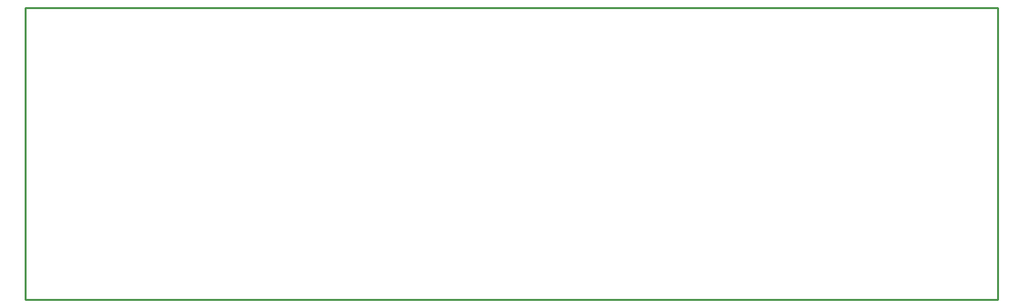
<source format=gko>
%FSLAX24Y24*%
%MOIN*%
G70*
G01*
G75*
G04 Layer_Color=16711935*
%ADD10C,0.0120*%
%ADD11C,0.0100*%
%ADD12C,0.1000*%
%ADD13C,0.0620*%
%ADD14R,0.0620X0.0620*%
%ADD15C,0.0200*%
%ADD16C,0.0060*%
%ADD17C,0.1040*%
%ADD18C,0.0660*%
%ADD19R,0.0660X0.0660*%
D11*
X50000Y0D02*
Y15000D01*
X0Y0D02*
Y15000D01*
Y0D02*
X50000D01*
X0Y15000D02*
X50000D01*
X0Y0D02*
Y15000D01*
X50000Y0D02*
Y15000D01*
X0D02*
X50000D01*
X0Y0D02*
X50000D01*
M02*

</source>
